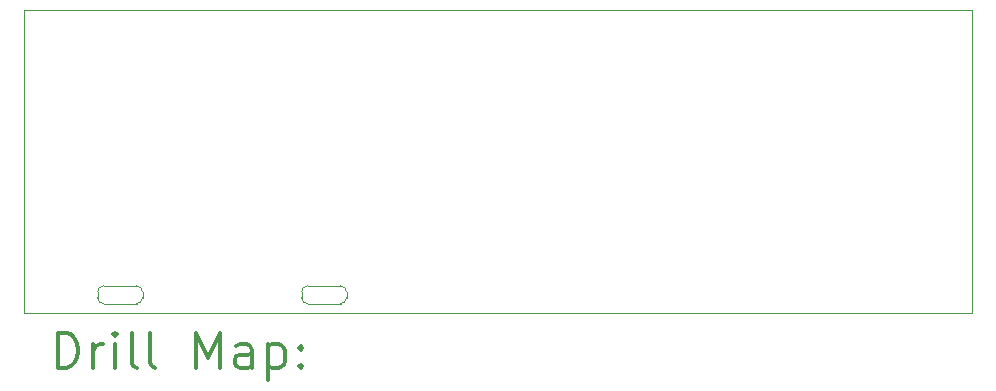
<source format=gbr>
%FSLAX45Y45*%
G04 Gerber Fmt 4.5, Leading zero omitted, Abs format (unit mm)*
G04 Created by KiCad (PCBNEW 5.1.9+dfsg1-1) date 2022-11-10 15:59:03*
%MOMM*%
%LPD*%
G01*
G04 APERTURE LIST*
%TA.AperFunction,Profile*%
%ADD10C,0.050000*%
%TD*%
%ADD11C,0.200000*%
%ADD12C,0.300000*%
G04 APERTURE END LIST*
D10*
X16383000Y-6680200D02*
X16383000Y-9245600D01*
X8356600Y-9245600D02*
X16383000Y-9245600D01*
X8356600Y-6680200D02*
X16383000Y-6680200D01*
X8356600Y-9245600D02*
X8356600Y-6680200D01*
X9029700Y-9169400D02*
X9309100Y-9169400D01*
X9029700Y-9017000D02*
X9309100Y-9017000D01*
X11036300Y-9169400D02*
X10756900Y-9169400D01*
X10756900Y-9017000D02*
X11036300Y-9017000D01*
X11087100Y-9067800D02*
X11087100Y-9118600D01*
X10706100Y-9067800D02*
X10706100Y-9118600D01*
X9359900Y-9067800D02*
X9359900Y-9118600D01*
X8978900Y-9067800D02*
X8978900Y-9118600D01*
X9309100Y-9017000D02*
G75*
G02*
X9359900Y-9067800I0J-50800D01*
G01*
X9359900Y-9118600D02*
G75*
G02*
X9309100Y-9169400I-50800J0D01*
G01*
X9029700Y-9169400D02*
G75*
G02*
X8978900Y-9118600I0J50800D01*
G01*
X8978900Y-9067800D02*
G75*
G02*
X9029700Y-9017000I50800J0D01*
G01*
X11036300Y-9017000D02*
G75*
G02*
X11087100Y-9067800I0J-50800D01*
G01*
X11087100Y-9118600D02*
G75*
G02*
X11036300Y-9169400I-50800J0D01*
G01*
X10756900Y-9169400D02*
G75*
G02*
X10706100Y-9118600I0J50800D01*
G01*
X10706100Y-9067800D02*
G75*
G02*
X10756900Y-9017000I50800J0D01*
G01*
D11*
D12*
X8640528Y-9713814D02*
X8640528Y-9413814D01*
X8711957Y-9413814D01*
X8754814Y-9428100D01*
X8783386Y-9456672D01*
X8797671Y-9485243D01*
X8811957Y-9542386D01*
X8811957Y-9585243D01*
X8797671Y-9642386D01*
X8783386Y-9670957D01*
X8754814Y-9699529D01*
X8711957Y-9713814D01*
X8640528Y-9713814D01*
X8940528Y-9713814D02*
X8940528Y-9513814D01*
X8940528Y-9570957D02*
X8954814Y-9542386D01*
X8969100Y-9528100D01*
X8997671Y-9513814D01*
X9026243Y-9513814D01*
X9126243Y-9713814D02*
X9126243Y-9513814D01*
X9126243Y-9413814D02*
X9111957Y-9428100D01*
X9126243Y-9442386D01*
X9140528Y-9428100D01*
X9126243Y-9413814D01*
X9126243Y-9442386D01*
X9311957Y-9713814D02*
X9283386Y-9699529D01*
X9269100Y-9670957D01*
X9269100Y-9413814D01*
X9469100Y-9713814D02*
X9440528Y-9699529D01*
X9426243Y-9670957D01*
X9426243Y-9413814D01*
X9811957Y-9713814D02*
X9811957Y-9413814D01*
X9911957Y-9628100D01*
X10011957Y-9413814D01*
X10011957Y-9713814D01*
X10283386Y-9713814D02*
X10283386Y-9556672D01*
X10269100Y-9528100D01*
X10240528Y-9513814D01*
X10183386Y-9513814D01*
X10154814Y-9528100D01*
X10283386Y-9699529D02*
X10254814Y-9713814D01*
X10183386Y-9713814D01*
X10154814Y-9699529D01*
X10140528Y-9670957D01*
X10140528Y-9642386D01*
X10154814Y-9613814D01*
X10183386Y-9599529D01*
X10254814Y-9599529D01*
X10283386Y-9585243D01*
X10426243Y-9513814D02*
X10426243Y-9813814D01*
X10426243Y-9528100D02*
X10454814Y-9513814D01*
X10511957Y-9513814D01*
X10540528Y-9528100D01*
X10554814Y-9542386D01*
X10569100Y-9570957D01*
X10569100Y-9656672D01*
X10554814Y-9685243D01*
X10540528Y-9699529D01*
X10511957Y-9713814D01*
X10454814Y-9713814D01*
X10426243Y-9699529D01*
X10697671Y-9685243D02*
X10711957Y-9699529D01*
X10697671Y-9713814D01*
X10683386Y-9699529D01*
X10697671Y-9685243D01*
X10697671Y-9713814D01*
X10697671Y-9528100D02*
X10711957Y-9542386D01*
X10697671Y-9556672D01*
X10683386Y-9542386D01*
X10697671Y-9528100D01*
X10697671Y-9556672D01*
M02*

</source>
